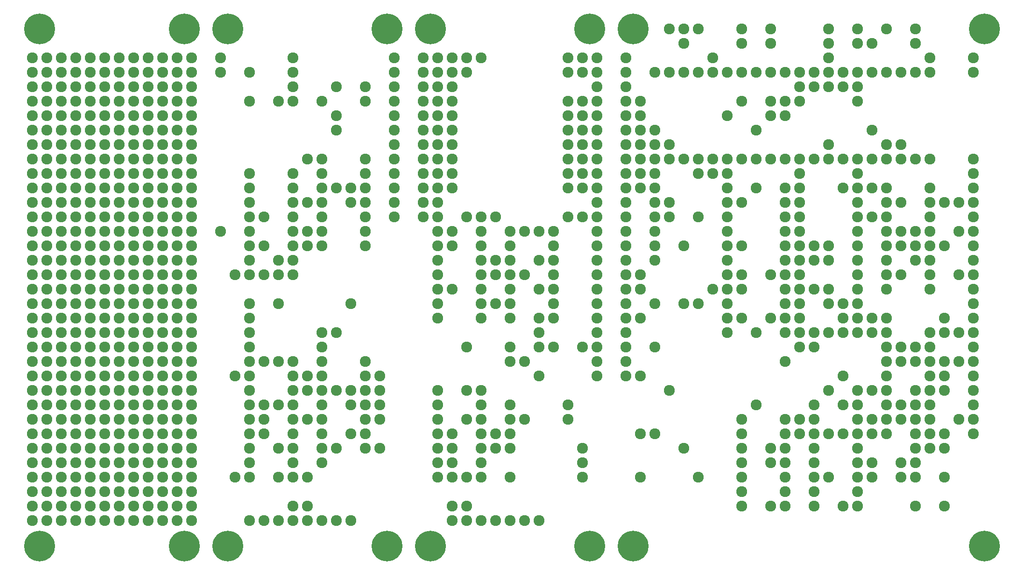
<source format=gbs>
G04 #@! TF.FileFunction,Soldermask,Bot*
%FSLAX46Y46*%
G04 Gerber Fmt 4.6, Leading zero omitted, Abs format (unit mm)*
G04 Created by KiCad (PCBNEW 4.0.7) date 01/06/20 01:41:04*
%MOMM*%
%LPD*%
G01*
G04 APERTURE LIST*
%ADD10C,0.100000*%
%ADD11C,1.924000*%
%ADD12C,5.400000*%
G04 APERTURE END LIST*
D10*
D11*
X89535000Y-135890000D03*
X86995000Y-135890000D03*
X84455000Y-135890000D03*
X81915000Y-135890000D03*
X79375000Y-135890000D03*
X76835000Y-135890000D03*
X74295000Y-135890000D03*
X71755000Y-135890000D03*
X69215000Y-135890000D03*
X66675000Y-135890000D03*
X64135000Y-135890000D03*
X61595000Y-135890000D03*
X89535000Y-133350000D03*
X86995000Y-133350000D03*
X84455000Y-133350000D03*
X81915000Y-133350000D03*
X79375000Y-133350000D03*
X76835000Y-133350000D03*
X74295000Y-133350000D03*
X71755000Y-133350000D03*
X69215000Y-133350000D03*
X66675000Y-133350000D03*
X64135000Y-133350000D03*
X61595000Y-133350000D03*
X89535000Y-130810000D03*
X86995000Y-130810000D03*
X84455000Y-130810000D03*
X81915000Y-130810000D03*
X79375000Y-130810000D03*
X76835000Y-130810000D03*
X74295000Y-130810000D03*
X71755000Y-130810000D03*
X69215000Y-130810000D03*
X66675000Y-130810000D03*
X64135000Y-130810000D03*
X61595000Y-130810000D03*
X89535000Y-128270000D03*
X86995000Y-128270000D03*
X84455000Y-128270000D03*
X81915000Y-128270000D03*
X79375000Y-128270000D03*
X76835000Y-128270000D03*
X74295000Y-128270000D03*
X71755000Y-128270000D03*
X69215000Y-128270000D03*
X66675000Y-128270000D03*
X64135000Y-128270000D03*
X61595000Y-128270000D03*
X89535000Y-125730000D03*
X86995000Y-125730000D03*
X84455000Y-125730000D03*
X81915000Y-125730000D03*
X79375000Y-125730000D03*
X76835000Y-125730000D03*
X74295000Y-125730000D03*
X71755000Y-125730000D03*
X69215000Y-125730000D03*
X66675000Y-125730000D03*
X64135000Y-125730000D03*
X61595000Y-125730000D03*
X89535000Y-123190000D03*
X86995000Y-123190000D03*
X84455000Y-123190000D03*
X81915000Y-123190000D03*
X79375000Y-123190000D03*
X76835000Y-123190000D03*
X74295000Y-123190000D03*
X71755000Y-123190000D03*
X69215000Y-123190000D03*
X66675000Y-123190000D03*
X64135000Y-123190000D03*
X61595000Y-123190000D03*
X89535000Y-120650000D03*
X86995000Y-120650000D03*
X84455000Y-120650000D03*
X81915000Y-120650000D03*
X79375000Y-120650000D03*
X76835000Y-120650000D03*
X74295000Y-120650000D03*
X71755000Y-120650000D03*
X69215000Y-120650000D03*
X66675000Y-120650000D03*
X64135000Y-120650000D03*
X61595000Y-120650000D03*
X89535000Y-118110000D03*
X86995000Y-118110000D03*
X84455000Y-118110000D03*
X81915000Y-118110000D03*
X79375000Y-118110000D03*
X76835000Y-118110000D03*
X74295000Y-118110000D03*
X71755000Y-118110000D03*
X69215000Y-118110000D03*
X66675000Y-118110000D03*
X64135000Y-118110000D03*
X61595000Y-118110000D03*
X89535000Y-115570000D03*
X86995000Y-115570000D03*
X84455000Y-115570000D03*
X81915000Y-115570000D03*
X79375000Y-115570000D03*
X76835000Y-115570000D03*
X74295000Y-115570000D03*
X71755000Y-115570000D03*
X69215000Y-115570000D03*
X66675000Y-115570000D03*
X64135000Y-115570000D03*
X61595000Y-115570000D03*
X89535000Y-113030000D03*
X86995000Y-113030000D03*
X84455000Y-113030000D03*
X81915000Y-113030000D03*
X79375000Y-113030000D03*
X76835000Y-113030000D03*
X74295000Y-113030000D03*
X71755000Y-113030000D03*
X69215000Y-113030000D03*
X66675000Y-113030000D03*
X64135000Y-113030000D03*
X61595000Y-113030000D03*
X89535000Y-110490000D03*
X86995000Y-110490000D03*
X84455000Y-110490000D03*
X81915000Y-110490000D03*
X79375000Y-110490000D03*
X76835000Y-110490000D03*
X74295000Y-110490000D03*
X71755000Y-110490000D03*
X69215000Y-110490000D03*
X66675000Y-110490000D03*
X64135000Y-110490000D03*
X61595000Y-110490000D03*
X89535000Y-107950000D03*
X86995000Y-107950000D03*
X84455000Y-107950000D03*
X81915000Y-107950000D03*
X79375000Y-107950000D03*
X76835000Y-107950000D03*
X74295000Y-107950000D03*
X71755000Y-107950000D03*
X69215000Y-107950000D03*
X66675000Y-107950000D03*
X64135000Y-107950000D03*
X61595000Y-107950000D03*
X89535000Y-105410000D03*
X86995000Y-105410000D03*
X84455000Y-105410000D03*
X81915000Y-105410000D03*
X79375000Y-105410000D03*
X76835000Y-105410000D03*
X74295000Y-105410000D03*
X71755000Y-105410000D03*
X69215000Y-105410000D03*
X66675000Y-105410000D03*
X64135000Y-105410000D03*
X61595000Y-105410000D03*
X89535000Y-102870000D03*
X86995000Y-102870000D03*
X84455000Y-102870000D03*
X81915000Y-102870000D03*
X79375000Y-102870000D03*
X76835000Y-102870000D03*
X74295000Y-102870000D03*
X71755000Y-102870000D03*
X69215000Y-102870000D03*
X66675000Y-102870000D03*
X64135000Y-102870000D03*
X61595000Y-102870000D03*
X89535000Y-100330000D03*
X86995000Y-100330000D03*
X84455000Y-100330000D03*
X81915000Y-100330000D03*
X79375000Y-100330000D03*
X76835000Y-100330000D03*
X74295000Y-100330000D03*
X71755000Y-100330000D03*
X69215000Y-100330000D03*
X66675000Y-100330000D03*
X64135000Y-100330000D03*
X61595000Y-100330000D03*
X89535000Y-97790000D03*
X86995000Y-97790000D03*
X84455000Y-97790000D03*
X81915000Y-97790000D03*
X79375000Y-97790000D03*
X76835000Y-97790000D03*
X74295000Y-97790000D03*
X71755000Y-97790000D03*
X69215000Y-97790000D03*
X66675000Y-97790000D03*
X64135000Y-97790000D03*
X61595000Y-97790000D03*
X89535000Y-95250000D03*
X86995000Y-95250000D03*
X84455000Y-95250000D03*
X81915000Y-95250000D03*
X79375000Y-95250000D03*
X76835000Y-95250000D03*
X74295000Y-95250000D03*
X71755000Y-95250000D03*
X69215000Y-95250000D03*
X66675000Y-95250000D03*
X64135000Y-95250000D03*
X61595000Y-95250000D03*
X89535000Y-92710000D03*
X86995000Y-92710000D03*
X84455000Y-92710000D03*
X81915000Y-92710000D03*
X79375000Y-92710000D03*
X76835000Y-92710000D03*
X74295000Y-92710000D03*
X71755000Y-92710000D03*
X69215000Y-92710000D03*
X66675000Y-92710000D03*
X64135000Y-92710000D03*
X61595000Y-92710000D03*
X89535000Y-90170000D03*
X86995000Y-90170000D03*
X84455000Y-90170000D03*
X81915000Y-90170000D03*
X79375000Y-90170000D03*
X76835000Y-90170000D03*
X74295000Y-90170000D03*
X71755000Y-90170000D03*
X69215000Y-90170000D03*
X66675000Y-90170000D03*
X64135000Y-90170000D03*
X61595000Y-90170000D03*
X89535000Y-87630000D03*
X86995000Y-87630000D03*
X84455000Y-87630000D03*
X81915000Y-87630000D03*
X79375000Y-87630000D03*
X76835000Y-87630000D03*
X74295000Y-87630000D03*
X71755000Y-87630000D03*
X69215000Y-87630000D03*
X66675000Y-87630000D03*
X64135000Y-87630000D03*
X61595000Y-87630000D03*
X89535000Y-85090000D03*
X86995000Y-85090000D03*
X84455000Y-85090000D03*
X81915000Y-85090000D03*
X79375000Y-85090000D03*
X76835000Y-85090000D03*
X74295000Y-85090000D03*
X71755000Y-85090000D03*
X69215000Y-85090000D03*
X66675000Y-85090000D03*
X64135000Y-85090000D03*
X61595000Y-85090000D03*
X89535000Y-82550000D03*
X86995000Y-82550000D03*
X84455000Y-82550000D03*
X81915000Y-82550000D03*
X79375000Y-82550000D03*
X76835000Y-82550000D03*
X74295000Y-82550000D03*
X71755000Y-82550000D03*
X69215000Y-82550000D03*
X66675000Y-82550000D03*
X64135000Y-82550000D03*
X61595000Y-82550000D03*
X89535000Y-80010000D03*
X86995000Y-80010000D03*
X84455000Y-80010000D03*
X81915000Y-80010000D03*
X79375000Y-80010000D03*
X76835000Y-80010000D03*
X74295000Y-80010000D03*
X71755000Y-80010000D03*
X69215000Y-80010000D03*
X66675000Y-80010000D03*
X64135000Y-80010000D03*
X61595000Y-80010000D03*
X89535000Y-77470000D03*
X86995000Y-77470000D03*
X84455000Y-77470000D03*
X81915000Y-77470000D03*
X79375000Y-77470000D03*
X76835000Y-77470000D03*
X74295000Y-77470000D03*
X71755000Y-77470000D03*
X69215000Y-77470000D03*
X66675000Y-77470000D03*
X64135000Y-77470000D03*
X61595000Y-77470000D03*
X89535000Y-74930000D03*
X86995000Y-74930000D03*
X84455000Y-74930000D03*
X81915000Y-74930000D03*
X79375000Y-74930000D03*
X76835000Y-74930000D03*
X74295000Y-74930000D03*
X71755000Y-74930000D03*
X69215000Y-74930000D03*
X66675000Y-74930000D03*
X64135000Y-74930000D03*
X61595000Y-74930000D03*
X89535000Y-72390000D03*
X86995000Y-72390000D03*
X84455000Y-72390000D03*
X81915000Y-72390000D03*
X79375000Y-72390000D03*
X76835000Y-72390000D03*
X74295000Y-72390000D03*
X71755000Y-72390000D03*
X69215000Y-72390000D03*
X66675000Y-72390000D03*
X64135000Y-72390000D03*
X61595000Y-72390000D03*
X89535000Y-69850000D03*
X86995000Y-69850000D03*
X84455000Y-69850000D03*
X81915000Y-69850000D03*
X79375000Y-69850000D03*
X76835000Y-69850000D03*
X74295000Y-69850000D03*
X71755000Y-69850000D03*
X69215000Y-69850000D03*
X66675000Y-69850000D03*
X64135000Y-69850000D03*
X61595000Y-69850000D03*
X89535000Y-67310000D03*
X86995000Y-67310000D03*
X84455000Y-67310000D03*
X81915000Y-67310000D03*
X79375000Y-67310000D03*
X76835000Y-67310000D03*
X74295000Y-67310000D03*
X71755000Y-67310000D03*
X69215000Y-67310000D03*
X66675000Y-67310000D03*
X64135000Y-67310000D03*
X61595000Y-67310000D03*
X89535000Y-64770000D03*
X86995000Y-64770000D03*
X84455000Y-64770000D03*
X81915000Y-64770000D03*
X79375000Y-64770000D03*
X76835000Y-64770000D03*
X74295000Y-64770000D03*
X71755000Y-64770000D03*
X69215000Y-64770000D03*
X66675000Y-64770000D03*
X64135000Y-64770000D03*
X61595000Y-64770000D03*
X89535000Y-62230000D03*
X86995000Y-62230000D03*
X84455000Y-62230000D03*
X81915000Y-62230000D03*
X79375000Y-62230000D03*
X76835000Y-62230000D03*
X74295000Y-62230000D03*
X71755000Y-62230000D03*
X69215000Y-62230000D03*
X66675000Y-62230000D03*
X64135000Y-62230000D03*
X61595000Y-62230000D03*
X89535000Y-59690000D03*
X86995000Y-59690000D03*
X84455000Y-59690000D03*
X81915000Y-59690000D03*
X79375000Y-59690000D03*
X76835000Y-59690000D03*
X74295000Y-59690000D03*
X71755000Y-59690000D03*
X69215000Y-59690000D03*
X66675000Y-59690000D03*
X64135000Y-59690000D03*
X61595000Y-59690000D03*
X89535000Y-57150000D03*
X86995000Y-57150000D03*
X84455000Y-57150000D03*
X81915000Y-57150000D03*
X79375000Y-57150000D03*
X76835000Y-57150000D03*
X74295000Y-57150000D03*
X71755000Y-57150000D03*
X69215000Y-57150000D03*
X66675000Y-57150000D03*
X64135000Y-57150000D03*
X61595000Y-57150000D03*
X89535000Y-54610000D03*
X86995000Y-54610000D03*
X84455000Y-54610000D03*
X81915000Y-54610000D03*
X79375000Y-54610000D03*
X76835000Y-54610000D03*
X74295000Y-54610000D03*
X71755000Y-54610000D03*
X69215000Y-54610000D03*
X66675000Y-54610000D03*
X64135000Y-54610000D03*
X94615000Y-57150000D03*
X94615000Y-54610000D03*
X99695000Y-57150000D03*
X99695000Y-62230000D03*
X104775000Y-62230000D03*
X107315000Y-62230000D03*
X107315000Y-59690000D03*
X107315000Y-57150000D03*
X107315000Y-54610000D03*
X112395000Y-62230000D03*
X114935000Y-59690000D03*
X120015000Y-59690000D03*
X120015000Y-62230000D03*
X125095000Y-54610000D03*
X125095000Y-57150000D03*
X125095000Y-59690000D03*
X125095000Y-62230000D03*
X125095000Y-64770000D03*
X125095000Y-67310000D03*
X125095000Y-69850000D03*
X125095000Y-72390000D03*
X125095000Y-74930000D03*
X125095000Y-77470000D03*
X125095000Y-80010000D03*
X125095000Y-82550000D03*
X120015000Y-85090000D03*
X120015000Y-87630000D03*
X120015000Y-82550000D03*
X120015000Y-80010000D03*
X120015000Y-77470000D03*
X120015000Y-74930000D03*
X117475000Y-80010000D03*
X117475000Y-77470000D03*
X114935000Y-77470000D03*
X112395000Y-77470000D03*
X112395000Y-74930000D03*
X112395000Y-72390000D03*
X109855000Y-72390000D03*
X112395000Y-80010000D03*
X112395000Y-82550000D03*
X112395000Y-85090000D03*
X112395000Y-87630000D03*
X109855000Y-87630000D03*
X109855000Y-85090000D03*
X109855000Y-80010000D03*
X107315000Y-80010000D03*
X107315000Y-77470000D03*
X107315000Y-74930000D03*
X107315000Y-82550000D03*
X107315000Y-85090000D03*
X107315000Y-87630000D03*
X107315000Y-90170000D03*
X107315000Y-92710000D03*
X104775000Y-92710000D03*
X104775000Y-90170000D03*
X102235000Y-92710000D03*
X102235000Y-87630000D03*
X102235000Y-82550000D03*
X99695000Y-92710000D03*
X99695000Y-90170000D03*
X99695000Y-87630000D03*
X99695000Y-85090000D03*
X99695000Y-82550000D03*
X99695000Y-80010000D03*
X99695000Y-77470000D03*
X99695000Y-74930000D03*
X97155000Y-92710000D03*
X94615000Y-85090000D03*
X104775000Y-97790000D03*
X99695000Y-97790000D03*
X99695000Y-100330000D03*
X99695000Y-105410000D03*
X99695000Y-102870000D03*
X99695000Y-107950000D03*
X102235000Y-107950000D03*
X104775000Y-107950000D03*
X107315000Y-107950000D03*
X107315000Y-110490000D03*
X109855000Y-110490000D03*
X112395000Y-110490000D03*
X112395000Y-107950000D03*
X112395000Y-105410000D03*
X112395000Y-102870000D03*
X114935000Y-102870000D03*
X117475000Y-97790000D03*
X99695000Y-110490000D03*
X97155000Y-110490000D03*
X99695000Y-113030000D03*
X99695000Y-115570000D03*
X102235000Y-115570000D03*
X104775000Y-115570000D03*
X107315000Y-115570000D03*
X99695000Y-118110000D03*
X102235000Y-118110000D03*
X102235000Y-120650000D03*
X99695000Y-120650000D03*
X99695000Y-123190000D03*
X99695000Y-125730000D03*
X99695000Y-128270000D03*
X97155000Y-128270000D03*
X104775000Y-128270000D03*
X104775000Y-123190000D03*
X107315000Y-128270000D03*
X107315000Y-125730000D03*
X107315000Y-123190000D03*
X107315000Y-120650000D03*
X107315000Y-118110000D03*
X107315000Y-113030000D03*
X99695000Y-135890000D03*
X102235000Y-135890000D03*
X104775000Y-135890000D03*
X107315000Y-135890000D03*
X109855000Y-135890000D03*
X112395000Y-135890000D03*
X114935000Y-135890000D03*
X117475000Y-135890000D03*
X107315000Y-133350000D03*
X109855000Y-133350000D03*
X109855000Y-128270000D03*
X112395000Y-125730000D03*
X112395000Y-123190000D03*
X114935000Y-123190000D03*
X112395000Y-120650000D03*
X112395000Y-118110000D03*
X112395000Y-115570000D03*
X112395000Y-113030000D03*
X109855000Y-118110000D03*
X109855000Y-113030000D03*
X114935000Y-113030000D03*
X117475000Y-113030000D03*
X117475000Y-115570000D03*
X117475000Y-120650000D03*
X120015000Y-123190000D03*
X122555000Y-123190000D03*
X120015000Y-120650000D03*
X120015000Y-118110000D03*
X120015000Y-115570000D03*
X120015000Y-113030000D03*
X120015000Y-110490000D03*
X120015000Y-107950000D03*
X122555000Y-110490000D03*
X122555000Y-113030000D03*
X122555000Y-115570000D03*
X122555000Y-118110000D03*
X114935000Y-64770000D03*
X114935000Y-67310000D03*
X130175000Y-54610000D03*
X130175000Y-57150000D03*
X130175000Y-59690000D03*
X130175000Y-62230000D03*
X130175000Y-64770000D03*
X130175000Y-67310000D03*
X130175000Y-69850000D03*
X130175000Y-72390000D03*
X130175000Y-74930000D03*
X130175000Y-77470000D03*
X130175000Y-80010000D03*
X130175000Y-82550000D03*
X132715000Y-100330000D03*
X132715000Y-97790000D03*
X132715000Y-95250000D03*
X135255000Y-95250000D03*
X132715000Y-92710000D03*
X132715000Y-87630000D03*
X132715000Y-90170000D03*
X135255000Y-87630000D03*
X135255000Y-85090000D03*
X132715000Y-85090000D03*
X132715000Y-82550000D03*
X132715000Y-80010000D03*
X132715000Y-77470000D03*
X135255000Y-77470000D03*
X135255000Y-74930000D03*
X132715000Y-74930000D03*
X132715000Y-72390000D03*
X132715000Y-69850000D03*
X132715000Y-67310000D03*
X132715000Y-64770000D03*
X135255000Y-64770000D03*
X135255000Y-67310000D03*
X135255000Y-69850000D03*
X135255000Y-72390000D03*
X135255000Y-62230000D03*
X132715000Y-62230000D03*
X132715000Y-59690000D03*
X135255000Y-59690000D03*
X135255000Y-57150000D03*
X135255000Y-54610000D03*
X132715000Y-54610000D03*
X132715000Y-57150000D03*
X137795000Y-54610000D03*
X137795000Y-57150000D03*
X140335000Y-54610000D03*
X137795000Y-82550000D03*
X140335000Y-82550000D03*
X142875000Y-82550000D03*
X140335000Y-85090000D03*
X140335000Y-87630000D03*
X140335000Y-90170000D03*
X140335000Y-92710000D03*
X140335000Y-95250000D03*
X140335000Y-97790000D03*
X140335000Y-100330000D03*
X137795000Y-105410000D03*
X137795000Y-113030000D03*
X140335000Y-113030000D03*
X140335000Y-115570000D03*
X145415000Y-115570000D03*
X145415000Y-118110000D03*
X147955000Y-118110000D03*
X145415000Y-120650000D03*
X145415000Y-123190000D03*
X142875000Y-123190000D03*
X140335000Y-123190000D03*
X140335000Y-120650000D03*
X142875000Y-120650000D03*
X140335000Y-118110000D03*
X140335000Y-125730000D03*
X140335000Y-128270000D03*
X145415000Y-128270000D03*
X137795000Y-128270000D03*
X135255000Y-128270000D03*
X132715000Y-128270000D03*
X132715000Y-125730000D03*
X135255000Y-125730000D03*
X135255000Y-123190000D03*
X135255000Y-120650000D03*
X132715000Y-120650000D03*
X132715000Y-123190000D03*
X132715000Y-118110000D03*
X132715000Y-115570000D03*
X132715000Y-113030000D03*
X135255000Y-133350000D03*
X135255000Y-135890000D03*
X137795000Y-133350000D03*
X137795000Y-135890000D03*
X140335000Y-135890000D03*
X142875000Y-135890000D03*
X145415000Y-135890000D03*
X147955000Y-135890000D03*
X150495000Y-135890000D03*
X142875000Y-97790000D03*
X145415000Y-97790000D03*
X145415000Y-100330000D03*
X145415000Y-95250000D03*
X145415000Y-92710000D03*
X142875000Y-92710000D03*
X142875000Y-90170000D03*
X145415000Y-90170000D03*
X147955000Y-92710000D03*
X145415000Y-87630000D03*
X145415000Y-85090000D03*
X147955000Y-85090000D03*
X150495000Y-85090000D03*
X153035000Y-85090000D03*
X153035000Y-87630000D03*
X153035000Y-90170000D03*
X153035000Y-92710000D03*
X153035000Y-95250000D03*
X153035000Y-97790000D03*
X153035000Y-100330000D03*
X150495000Y-100330000D03*
X150495000Y-102870000D03*
X150495000Y-105410000D03*
X153035000Y-105410000D03*
X145415000Y-105410000D03*
X145415000Y-107950000D03*
X147955000Y-107950000D03*
X150495000Y-110490000D03*
X155575000Y-82550000D03*
X158115000Y-82550000D03*
X160655000Y-82550000D03*
X155575000Y-115570000D03*
X155575000Y-118110000D03*
X158115000Y-123190000D03*
X158115000Y-125730000D03*
X158115000Y-128270000D03*
X158115000Y-105410000D03*
X160655000Y-105410000D03*
X160655000Y-107950000D03*
X160655000Y-110490000D03*
X160655000Y-102870000D03*
X160655000Y-100330000D03*
X160655000Y-97790000D03*
X160655000Y-95250000D03*
X160655000Y-92710000D03*
X160655000Y-90170000D03*
X160655000Y-87630000D03*
X160655000Y-85090000D03*
X160655000Y-80010000D03*
X160655000Y-77470000D03*
X158115000Y-77470000D03*
X155575000Y-77470000D03*
X155575000Y-74930000D03*
X155575000Y-72390000D03*
X155575000Y-69850000D03*
X158115000Y-69850000D03*
X160655000Y-69850000D03*
X160655000Y-72390000D03*
X160655000Y-74930000D03*
X158115000Y-74930000D03*
X158115000Y-72390000D03*
X155575000Y-67310000D03*
X158115000Y-67310000D03*
X160655000Y-67310000D03*
X160655000Y-54610000D03*
X158115000Y-54610000D03*
X155575000Y-54610000D03*
X155575000Y-57150000D03*
X158115000Y-57150000D03*
X160655000Y-57150000D03*
X160655000Y-59690000D03*
X160655000Y-62230000D03*
X158115000Y-62230000D03*
X155575000Y-62230000D03*
X155575000Y-64770000D03*
X158115000Y-64770000D03*
X160655000Y-64770000D03*
X165735000Y-54610000D03*
X165735000Y-57150000D03*
X165735000Y-59690000D03*
X165735000Y-62230000D03*
X165735000Y-64770000D03*
X165735000Y-67310000D03*
X165735000Y-69850000D03*
X165735000Y-72390000D03*
X165735000Y-74930000D03*
X165735000Y-77470000D03*
X165735000Y-80010000D03*
X165735000Y-82550000D03*
X165735000Y-85090000D03*
X165735000Y-87630000D03*
X165735000Y-92710000D03*
X165735000Y-90170000D03*
X165735000Y-95250000D03*
X165735000Y-97790000D03*
X165735000Y-100330000D03*
X165735000Y-102870000D03*
X165735000Y-105410000D03*
X165735000Y-107950000D03*
X165735000Y-110490000D03*
X168275000Y-110490000D03*
X168275000Y-120650000D03*
X168275000Y-128270000D03*
X170815000Y-120650000D03*
X173355000Y-113030000D03*
X170815000Y-105410000D03*
X168275000Y-100330000D03*
X170815000Y-97790000D03*
X168275000Y-95250000D03*
X168275000Y-92710000D03*
X170815000Y-90170000D03*
X170815000Y-87630000D03*
X170815000Y-85090000D03*
X170815000Y-82550000D03*
X173355000Y-82550000D03*
X173355000Y-80010000D03*
X170815000Y-80010000D03*
X170815000Y-77470000D03*
X168275000Y-77470000D03*
X168275000Y-74930000D03*
X170815000Y-74930000D03*
X170815000Y-72390000D03*
X168275000Y-72390000D03*
X168275000Y-69850000D03*
X168275000Y-67310000D03*
X168275000Y-64770000D03*
X168275000Y-62230000D03*
X170815000Y-67310000D03*
X170815000Y-69850000D03*
X173355000Y-69850000D03*
X173355000Y-72390000D03*
X175895000Y-72390000D03*
X178435000Y-72390000D03*
X180975000Y-72390000D03*
X183515000Y-72390000D03*
X186055000Y-72390000D03*
X188595000Y-72390000D03*
X191135000Y-72390000D03*
X193675000Y-72390000D03*
X196215000Y-72390000D03*
X198755000Y-72390000D03*
X201295000Y-72390000D03*
X203835000Y-72390000D03*
X206375000Y-72390000D03*
X208915000Y-72390000D03*
X211455000Y-72390000D03*
X213995000Y-72390000D03*
X216535000Y-72390000D03*
X219075000Y-72390000D03*
X213995000Y-69850000D03*
X211455000Y-69850000D03*
X208915000Y-67310000D03*
X201295000Y-69850000D03*
X226695000Y-72390000D03*
X170815000Y-57150000D03*
X173355000Y-57150000D03*
X175895000Y-57150000D03*
X178435000Y-57150000D03*
X180975000Y-57150000D03*
X183515000Y-57150000D03*
X186055000Y-57150000D03*
X188595000Y-57150000D03*
X191135000Y-57150000D03*
X193675000Y-57150000D03*
X196215000Y-57150000D03*
X198755000Y-57150000D03*
X201295000Y-57150000D03*
X203835000Y-57150000D03*
X206375000Y-57150000D03*
X208915000Y-57150000D03*
X211455000Y-57150000D03*
X213995000Y-57150000D03*
X216535000Y-57150000D03*
X219075000Y-57150000D03*
X219075000Y-54610000D03*
X216535000Y-52070000D03*
X216535000Y-49530000D03*
X211455000Y-49530000D03*
X208915000Y-52070000D03*
X206375000Y-52070000D03*
X206375000Y-49530000D03*
X201295000Y-52070000D03*
X201295000Y-49530000D03*
X201295000Y-54610000D03*
X191135000Y-49530000D03*
X191135000Y-52070000D03*
X186055000Y-49530000D03*
X186055000Y-52070000D03*
X180975000Y-54610000D03*
X178435000Y-49530000D03*
X175895000Y-49530000D03*
X175895000Y-52070000D03*
X173355000Y-49530000D03*
X226695000Y-57150000D03*
X226695000Y-54610000D03*
X201295000Y-59690000D03*
X203835000Y-59690000D03*
X206375000Y-59690000D03*
X206375000Y-62230000D03*
X198755000Y-59690000D03*
X196215000Y-59690000D03*
X196215000Y-62230000D03*
X193675000Y-62230000D03*
X191135000Y-62230000D03*
X191135000Y-64770000D03*
X193675000Y-64770000D03*
X188595000Y-67310000D03*
X186055000Y-62230000D03*
X183515000Y-64770000D03*
X178435000Y-74930000D03*
X180975000Y-74930000D03*
X183515000Y-74930000D03*
X183515000Y-77470000D03*
X183515000Y-80010000D03*
X186055000Y-80010000D03*
X188595000Y-77470000D03*
X183515000Y-82550000D03*
X178435000Y-82550000D03*
X183515000Y-85090000D03*
X183515000Y-87630000D03*
X186055000Y-87630000D03*
X175895000Y-87630000D03*
X183515000Y-90170000D03*
X183515000Y-92710000D03*
X186055000Y-92710000D03*
X186055000Y-95250000D03*
X183515000Y-95250000D03*
X180975000Y-95250000D03*
X178435000Y-97790000D03*
X175895000Y-97790000D03*
X183515000Y-97790000D03*
X183515000Y-100330000D03*
X183515000Y-102870000D03*
X186055000Y-100330000D03*
X188595000Y-102870000D03*
X191135000Y-100330000D03*
X191135000Y-92710000D03*
X193675000Y-102870000D03*
X193675000Y-100330000D03*
X193675000Y-97790000D03*
X193675000Y-95250000D03*
X193675000Y-92710000D03*
X193675000Y-90170000D03*
X193675000Y-87630000D03*
X193675000Y-85090000D03*
X193675000Y-82550000D03*
X193675000Y-80010000D03*
X193675000Y-77470000D03*
X196215000Y-74930000D03*
X196215000Y-77470000D03*
X196215000Y-80010000D03*
X196215000Y-82550000D03*
X196215000Y-85090000D03*
X196215000Y-87630000D03*
X196215000Y-90170000D03*
X196215000Y-92710000D03*
X196215000Y-95250000D03*
X196215000Y-97790000D03*
X196215000Y-100330000D03*
X196215000Y-102870000D03*
X196215000Y-105410000D03*
X193675000Y-107950000D03*
X198755000Y-105410000D03*
X198755000Y-102870000D03*
X198755000Y-95250000D03*
X198755000Y-90170000D03*
X198755000Y-87630000D03*
X201295000Y-87630000D03*
X201295000Y-90170000D03*
X201295000Y-95250000D03*
X201295000Y-97790000D03*
X203835000Y-97790000D03*
X206375000Y-97790000D03*
X203835000Y-100330000D03*
X206375000Y-100330000D03*
X208915000Y-100330000D03*
X211455000Y-100330000D03*
X211455000Y-102870000D03*
X208915000Y-102870000D03*
X206375000Y-102870000D03*
X203835000Y-102870000D03*
X201295000Y-102870000D03*
X206375000Y-95250000D03*
X206375000Y-92710000D03*
X206375000Y-90170000D03*
X206375000Y-87630000D03*
X206375000Y-85090000D03*
X206375000Y-82550000D03*
X206375000Y-80010000D03*
X206375000Y-77470000D03*
X206375000Y-74930000D03*
X203835000Y-77470000D03*
X208915000Y-77470000D03*
X211455000Y-77470000D03*
X211455000Y-80010000D03*
X213995000Y-80010000D03*
X211455000Y-82550000D03*
X208915000Y-82550000D03*
X211455000Y-85090000D03*
X213995000Y-85090000D03*
X216535000Y-85090000D03*
X219075000Y-85090000D03*
X221615000Y-87630000D03*
X219075000Y-87630000D03*
X216535000Y-87630000D03*
X213995000Y-87630000D03*
X211455000Y-87630000D03*
X211455000Y-90170000D03*
X211455000Y-92710000D03*
X211455000Y-95250000D03*
X213995000Y-92710000D03*
X216535000Y-90170000D03*
X219075000Y-90170000D03*
X219075000Y-92710000D03*
X219075000Y-95250000D03*
X224155000Y-85090000D03*
X226695000Y-85090000D03*
X226695000Y-82550000D03*
X226695000Y-80010000D03*
X226695000Y-77470000D03*
X226695000Y-74930000D03*
X224155000Y-80010000D03*
X221615000Y-80010000D03*
X219075000Y-80010000D03*
X219075000Y-77470000D03*
X219075000Y-82550000D03*
X226695000Y-87630000D03*
X226695000Y-90170000D03*
X224155000Y-92710000D03*
X226695000Y-92710000D03*
X226695000Y-95250000D03*
X226695000Y-97790000D03*
X226695000Y-100330000D03*
X221615000Y-100330000D03*
X219075000Y-102870000D03*
X221615000Y-102870000D03*
X224155000Y-102870000D03*
X226695000Y-102870000D03*
X226695000Y-105410000D03*
X226695000Y-107950000D03*
X224155000Y-107950000D03*
X221615000Y-107950000D03*
X219075000Y-107950000D03*
X219075000Y-105410000D03*
X216535000Y-105410000D03*
X213995000Y-105410000D03*
X211455000Y-105410000D03*
X211455000Y-107950000D03*
X213995000Y-107950000D03*
X216535000Y-107950000D03*
X211455000Y-110490000D03*
X219075000Y-110490000D03*
X221615000Y-110490000D03*
X226695000Y-110490000D03*
X221615000Y-113030000D03*
X219075000Y-113030000D03*
X219075000Y-115570000D03*
X219075000Y-118110000D03*
X219075000Y-120650000D03*
X219075000Y-123190000D03*
X221615000Y-123190000D03*
X221615000Y-120650000D03*
X224155000Y-118110000D03*
X226695000Y-118110000D03*
X226695000Y-120650000D03*
X226695000Y-115570000D03*
X226695000Y-113030000D03*
X216535000Y-120650000D03*
X216535000Y-123190000D03*
X216535000Y-125730000D03*
X216535000Y-128270000D03*
X213995000Y-125730000D03*
X213995000Y-128270000D03*
X216535000Y-133350000D03*
X221615000Y-133350000D03*
X221615000Y-128270000D03*
X208915000Y-125730000D03*
X208915000Y-128270000D03*
X206375000Y-125730000D03*
X206375000Y-128270000D03*
X206375000Y-130810000D03*
X206375000Y-133350000D03*
X206375000Y-123190000D03*
X206375000Y-120650000D03*
X208915000Y-120650000D03*
X211455000Y-120650000D03*
X211455000Y-118110000D03*
X211455000Y-115570000D03*
X211455000Y-113030000D03*
X203835000Y-133350000D03*
X198755000Y-133350000D03*
X198755000Y-130810000D03*
X198755000Y-128270000D03*
X201295000Y-128270000D03*
X198755000Y-125730000D03*
X198755000Y-123190000D03*
X198755000Y-120650000D03*
X198755000Y-118110000D03*
X198755000Y-115570000D03*
X201295000Y-113030000D03*
X203835000Y-110490000D03*
X203835000Y-115570000D03*
X206375000Y-115570000D03*
X206375000Y-113030000D03*
X208915000Y-113030000D03*
X206375000Y-118110000D03*
X203835000Y-120650000D03*
X201295000Y-120650000D03*
X196215000Y-118110000D03*
X193675000Y-118110000D03*
X193675000Y-120650000D03*
X193675000Y-123190000D03*
X193675000Y-125730000D03*
X193675000Y-128270000D03*
X193675000Y-130810000D03*
X193675000Y-133350000D03*
X191135000Y-133350000D03*
X196215000Y-120650000D03*
X191135000Y-123190000D03*
X191135000Y-125730000D03*
X188595000Y-115570000D03*
X186055000Y-118110000D03*
X186055000Y-120650000D03*
X186055000Y-123190000D03*
X186055000Y-125730000D03*
X186055000Y-128270000D03*
X186055000Y-130810000D03*
X186055000Y-133350000D03*
X178435000Y-128270000D03*
X175895000Y-123190000D03*
X208915000Y-118110000D03*
X213995000Y-118110000D03*
X216535000Y-118110000D03*
X216535000Y-115570000D03*
X213995000Y-115570000D03*
X216535000Y-113030000D03*
X61595000Y-54610000D03*
X137795000Y-118110000D03*
X120015000Y-72390000D03*
X150495000Y-95250000D03*
X150495000Y-90170000D03*
D12*
X95885000Y-49530000D03*
X88265000Y-49530000D03*
X95885000Y-140335000D03*
X88265000Y-140335000D03*
X62865000Y-49530000D03*
X62865000Y-140335000D03*
X123825000Y-49530000D03*
X131445000Y-49530000D03*
X123825000Y-140335000D03*
X131445000Y-140335000D03*
X159385000Y-140335000D03*
X167005000Y-140335000D03*
X159385000Y-49530000D03*
X167005000Y-49530000D03*
X228600000Y-49530000D03*
X228600000Y-140335000D03*
M02*

</source>
